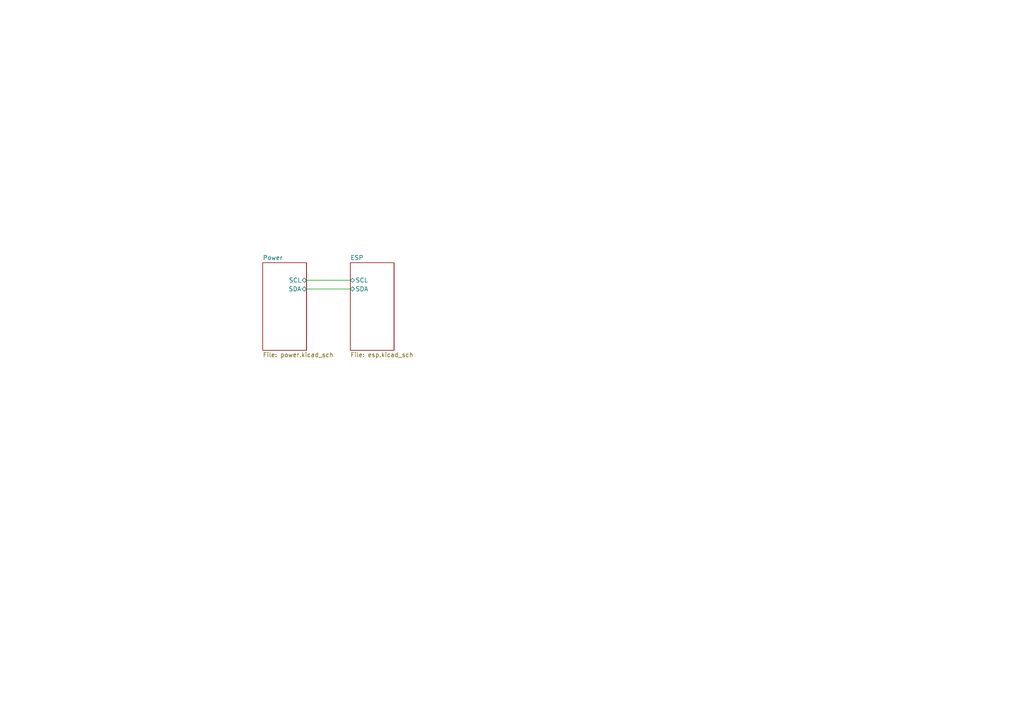
<source format=kicad_sch>
(kicad_sch
	(version 20231120)
	(generator "eeschema")
	(generator_version "8.0")
	(uuid "fe94bf59-a1f6-472b-a764-daaf1fcf77e5")
	(paper "A4")
	(lib_symbols)
	(wire
		(pts
			(xy 88.9 83.82) (xy 101.6 83.82)
		)
		(stroke
			(width 0)
			(type default)
		)
		(uuid "9711880e-6434-41a1-bae2-87e002e5f6d8")
	)
	(wire
		(pts
			(xy 88.9 81.28) (xy 101.6 81.28)
		)
		(stroke
			(width 0)
			(type default)
		)
		(uuid "d733cf40-2a9d-42fa-9926-9d23c1e23ece")
	)
	(sheet
		(at 76.2 76.2)
		(size 12.7 25.4)
		(fields_autoplaced yes)
		(stroke
			(width 0.1524)
			(type solid)
		)
		(fill
			(color 0 0 0 0.0000)
		)
		(uuid "4a36a23e-6d62-4baf-967b-496fa8c0a75f")
		(property "Sheetname" "Power"
			(at 76.2 75.4884 0)
			(effects
				(font
					(size 1.27 1.27)
				)
				(justify left bottom)
			)
		)
		(property "Sheetfile" "power.kicad_sch"
			(at 76.2 102.1846 0)
			(effects
				(font
					(size 1.27 1.27)
				)
				(justify left top)
			)
		)
		(pin "SCL" bidirectional
			(at 88.9 81.28 0)
			(effects
				(font
					(size 1.27 1.27)
				)
				(justify right)
			)
			(uuid "5101e07f-edfd-457f-8a8a-2a2fad60625a")
		)
		(pin "SDA" bidirectional
			(at 88.9 83.82 0)
			(effects
				(font
					(size 1.27 1.27)
				)
				(justify right)
			)
			(uuid "9199ef33-94ed-45a8-b38c-c84deeafb698")
		)
		(instances
			(project "pcb_mini"
				(path "/fe94bf59-a1f6-472b-a764-daaf1fcf77e5"
					(page "2")
				)
			)
		)
	)
	(sheet
		(at 101.6 76.2)
		(size 12.7 25.4)
		(fields_autoplaced yes)
		(stroke
			(width 0.1524)
			(type solid)
		)
		(fill
			(color 0 0 0 0.0000)
		)
		(uuid "e37e3070-18fb-4344-a26c-a10679b6218b")
		(property "Sheetname" "ESP"
			(at 101.6 75.4884 0)
			(effects
				(font
					(size 1.27 1.27)
				)
				(justify left bottom)
			)
		)
		(property "Sheetfile" "esp.kicad_sch"
			(at 101.6 102.1846 0)
			(effects
				(font
					(size 1.27 1.27)
				)
				(justify left top)
			)
		)
		(pin "SCL" bidirectional
			(at 101.6 81.28 180)
			(effects
				(font
					(size 1.27 1.27)
				)
				(justify left)
			)
			(uuid "25187d86-a7d0-4b93-ab8a-9688b5fe6894")
		)
		(pin "SDA" bidirectional
			(at 101.6 83.82 180)
			(effects
				(font
					(size 1.27 1.27)
				)
				(justify left)
			)
			(uuid "3bf09b64-5976-4c61-bb03-de83d613fbbe")
		)
		(instances
			(project "pcb_mini"
				(path "/fe94bf59-a1f6-472b-a764-daaf1fcf77e5"
					(page "3")
				)
			)
		)
	)
	(sheet_instances
		(path "/"
			(page "1")
		)
	)
)

</source>
